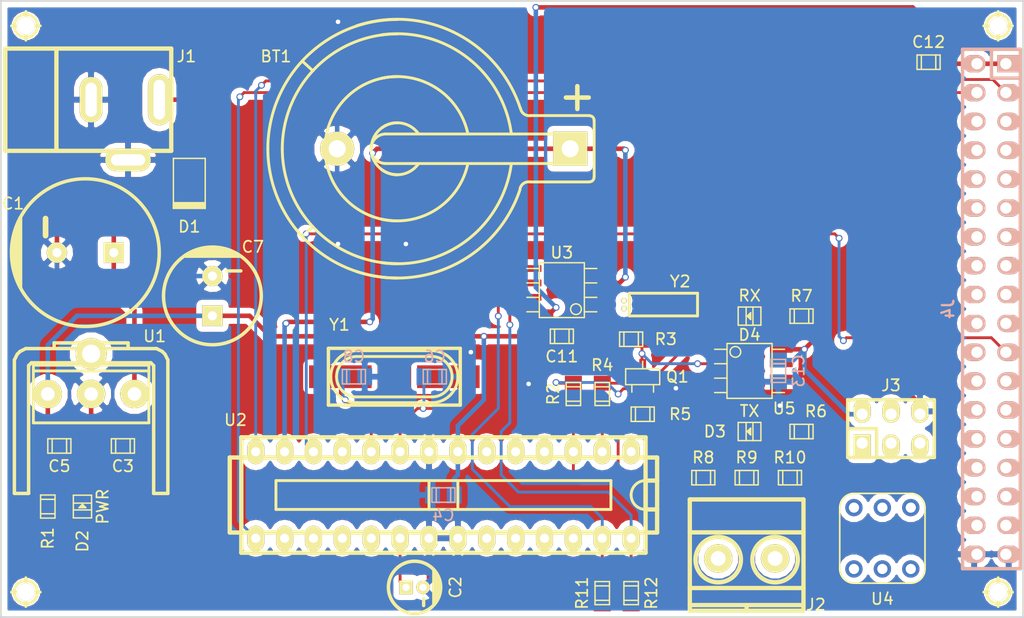
<source format=kicad_pcb>
(kicad_pcb (version 4) (host pcbnew 4.0.6)
  (layers (0 F.Cu signal) (31 B.Cu signal) (34 B.Paste user) (35 F.Paste user) (36 B.SilkS user) (37 F.SilkS user) (38 B.Mask user) (39 F.Mask user) (44 Edge.Cuts user))
  (net 0 "")
  (net 1 GND)
  (net 2 +BATT)
  (net 3 "Net-(C1-Pad1)")
  (net 4 "Net-(C2-Pad1)")
  (net 5 +5V)
  (net 6 /XTAL1)
  (net 7 /XTAL2)
  (net 8 /XTAL3)
  (net 9 /XTAL4)
  (net 10 "Net-(D1-Pad1)")
  (net 11 "Net-(D2-Pad1)")
  (net 12 "Net-(D3-Pad1)")
  (net 13 /TX)
  (net 14 "Net-(D4-Pad1)")
  (net 15 "Net-(D4-Pad2)")
  (net 16 /A)
  (net 17 /B)
  (net 18 /MISO)
  (net 19 /SCK)
  (net 20 /MOSI)
  (net 21 /RST)
  (net 22 /DB8)
  (net 23 /DB9)
  (net 24 /DB10)
  (net 25 /DB11)
  (net 26 /DB12)
  (net 27 /DB13)
  (net 28 /DB14)
  (net 29 /DB15)
  (net 30 "Net-(J4-Pad11)")
  (net 31 "Net-(J4-Pad12)")
  (net 32 "Net-(J4-Pad13)")
  (net 33 "Net-(J4-Pad14)")
  (net 34 "Net-(J4-Pad15)")
  (net 35 "Net-(J4-Pad16)")
  (net 36 "Net-(J4-Pad17)")
  (net 37 "Net-(J4-Pad18)")
  (net 38 /RS)
  (net 39 /WR)
  (net 40 /CS)
  (net 41 /LCDRST)
  (net 42 "Net-(J4-Pad23)")
  (net 43 "Net-(J4-Pad24)")
  (net 44 "Net-(J4-Pad25)")
  (net 45 /SPI_CS)
  (net 46 "Net-(J4-Pad27)")
  (net 47 "Net-(J4-Pad28)")
  (net 48 "Net-(J4-Pad29)")
  (net 49 "Net-(J4-Pad30)")
  (net 50 /SPI_MISO)
  (net 51 /SPI_MOSI)
  (net 52 /SD_CS)
  (net 53 "Net-(Q1-Pad1)")
  (net 54 "Net-(Q1-Pad2)")
  (net 55 /RX)
  (net 56 "Net-(R5-Pad2)")
  (net 57 /PB3)
  (net 58 /PB4)
  (net 59 /SDA)
  (net 60 /SCL)
  (net 61 "Net-(U3-Pad7)")
  (module w_details:hole_1mm5 (layer F.Cu) (at 22.2 72.05)
    (fp_text reference hole_1mm5 hide)
    (fp_text value VAL** hide)
    (pad 1 thru_hole circle (at 0 0) (size 1.50114 1.50114) (drill 1.50114) (layers *.Cu F.SilkS))
  )
  (module w_battery_holders:keystone_103 (layer F.Cu) (at 54.864 33.02)
    (fp_text reference BT1 (at -10.668 -8.128) (layer F.SilkS))
    (fp_text value Battery hide)
    (pad 2 thru_hole circle (at -5.2832 0) (size 2.99974 2.99974) (drill 1.4986) (layers *.Cu *.Mask F.SilkS) (net 1 GND))
    (pad 1 thru_hole rect (at 15.2146 0) (size 2.9972 2.9972) (drill 1.4986) (layers *.Cu *.Mask F.SilkS) (net 2 +BATT))
  )
  (module w_capacitors:CP_12.5x25mm (layer F.Cu) (at 27.432 42.164 90)
    (fp_text reference C1 (at 4.318 -6.35 180) (layer F.SilkS))
    (fp_text value "470uF 63V" hide)
    (pad 1 thru_hole rect (at 0 2.5 90) (size 1.8 1.8) (drill 0.8) (layers *.Cu *.Mask F.SilkS) (net 3 "Net-(C1-Pad1)"))
    (pad 2 thru_hole circle (at 0 -2.5 90) (size 1.8 1.8) (drill 0.8) (layers *.Cu *.Mask F.SilkS) (net 1 GND))
  )
  (module w_capacitors:CP_4x5mm (layer F.Cu) (at 56.388 71.628 270)
    (fp_text reference C2 (at 0 -3.6 270) (layer F.SilkS))
    (fp_text value "10uF 6.3V" hide)
    (pad 1 thru_hole rect (at 0 0.75 270) (size 1.2 1.2) (drill 0.65) (layers *.Cu *.Mask F.SilkS) (net 4 "Net-(C2-Pad1)"))
    (pad 2 thru_hole circle (at 0 -0.75 270) (size 1.2 1.2) (drill 0.65) (layers *.Cu *.Mask F.SilkS) (net 1 GND))
  )
  (module w_smd_cap:c_0805 (layer F.Cu) (at 30.734 59.182)
    (fp_text reference C3 (at 0 1.778) (layer F.SilkS))
    (fp_text value "100nF 50V" hide)
    (pad 1 smd rect (at 0.9525 0) (size 1.30048 1.4986) (layers F.Cu F.Paste F.Mask) (net 3 "Net-(C1-Pad1)"))
    (pad 2 smd rect (at -0.9525 0) (size 1.30048 1.4986) (layers F.Cu F.Paste F.Mask) (net 1 GND))
  )
  (module w_smd_cap:c_0805 (layer B.Cu) (at 58.928 63.5)
    (fp_text reference C4 (at 0 1.778) (layer B.SilkS) (effects (justify mirror)))
    (fp_text value "100nF 50V" hide)
    (pad 1 smd rect (at 0.9525 0) (size 1.30048 1.4986) (layers B.Cu B.Paste B.Mask) (net 5 +5V))
    (pad 2 smd rect (at -0.9525 0) (size 1.30048 1.4986) (layers B.Cu B.Paste B.Mask) (net 1 GND))
  )
  (module w_smd_cap:c_0805 (layer F.Cu) (at 25.146 59.182 180)
    (fp_text reference C5 (at 0 -1.778 180) (layer F.SilkS))
    (fp_text value "100nF 50V" hide)
    (pad 1 smd rect (at 0.9525 0 180) (size 1.30048 1.4986) (layers F.Cu F.Paste F.Mask) (net 5 +5V))
    (pad 2 smd rect (at -0.9525 0 180) (size 1.30048 1.4986) (layers F.Cu F.Paste F.Mask) (net 1 GND))
  )
  (module w_smd_cap:c_0805 (layer B.Cu) (at 58.166 53.086 180)
    (fp_text reference C6 (at 0 1.778 180) (layer B.SilkS) (effects (justify mirror)))
    (fp_text value 22pF hide)
    (pad 1 smd rect (at 0.9525 0 180) (size 1.30048 1.4986) (layers B.Cu B.Paste B.Mask) (net 6 /XTAL1))
    (pad 2 smd rect (at -0.9525 0 180) (size 1.30048 1.4986) (layers B.Cu B.Paste B.Mask) (net 1 GND))
  )
  (module w_capacitors:CP_8x11.5mm (layer F.Cu) (at 38.608 45.974)
    (fp_text reference C7 (at 3.556 -4.318) (layer F.SilkS))
    (fp_text value "470uF 10V" hide)
    (pad 1 thru_hole rect (at 0 1.75) (size 1.8 1.8) (drill 0.8) (layers *.Cu *.Mask F.SilkS) (net 5 +5V))
    (pad 2 thru_hole circle (at 0 -1.75) (size 1.8 1.8) (drill 0.8) (layers *.Cu *.Mask F.SilkS) (net 1 GND))
  )
  (module w_smd_cap:c_0805 (layer B.Cu) (at 51.054 53.086 180)
    (fp_text reference C8 (at 0 1.778 180) (layer B.SilkS) (effects (justify mirror)))
    (fp_text value 22pF hide)
    (pad 1 smd rect (at 0.9525 0 180) (size 1.30048 1.4986) (layers B.Cu B.Paste B.Mask) (net 7 /XTAL2))
    (pad 2 smd rect (at -0.9525 0 180) (size 1.30048 1.4986) (layers B.Cu B.Paste B.Mask) (net 1 GND))
  )
  (module w_smd_cap:c_0805 (layer F.Cu) (at 69.342 49.53 180)
    (fp_text reference C11 (at 0 -1.778 360) (layer F.SilkS))
    (fp_text value "100nF 50V" hide)
    (pad 1 smd rect (at 0.9525 0 180) (size 1.30048 1.4986) (layers F.Cu F.Paste F.Mask) (net 5 +5V))
    (pad 2 smd rect (at -0.9525 0 180) (size 1.30048 1.4986) (layers F.Cu F.Paste F.Mask) (net 1 GND))
  )
  (module w_smd_cap:c_0805 (layer F.Cu) (at 101.6 25.4)
    (fp_text reference C12 (at 0 -1.778) (layer F.SilkS))
    (fp_text value "100nF 50V" hide)
    (pad 1 smd rect (at 0.9525 0) (size 1.30048 1.4986) (layers F.Cu F.Paste F.Mask) (net 5 +5V))
    (pad 2 smd rect (at -0.9525 0) (size 1.30048 1.4986) (layers F.Cu F.Paste F.Mask) (net 1 GND))
  )
  (module w_smd_cap:c_0805 (layer B.Cu) (at 88.392 52.578 90)
    (fp_text reference C13 (at 0 1.778 90) (layer B.SilkS) (effects (justify mirror)))
    (fp_text value "100nF 50V" hide)
    (pad 1 smd rect (at 0.9525 0 90) (size 1.30048 1.4986) (layers B.Cu B.Paste B.Mask) (net 5 +5V))
    (pad 2 smd rect (at -0.9525 0 90) (size 1.30048 1.4986) (layers B.Cu B.Paste B.Mask) (net 1 GND))
  )
  (module w_smd_diode:do214ac (layer F.Cu) (at 36.576 36.068 270)
    (fp_text reference D1 (at 3.81 0 360) (layer F.SilkS))
    (fp_text value RGF1A hide)
    (pad 2 smd rect (at 1.72974 0 270) (size 2.10058 1.69926) (layers F.Cu F.Paste F.Mask) (net 3 "Net-(C1-Pad1)"))
    (pad 1 smd rect (at -1.72974 0 270) (size 2.10058 1.69926) (layers F.Cu F.Paste F.Mask) (net 10 "Net-(D1-Pad1)"))
  )
  (module w_smd_leds:Led_0805 (layer F.Cu) (at 27.178 64.516 90)
    (fp_text reference D2 (at -3.048 0 90) (layer F.SilkS))
    (fp_text value PWR (at 0 1.778 90) (layer F.SilkS))
    (pad 1 smd rect (at -1.04902 0 90) (size 1.19888 1.19888) (layers F.Cu F.Paste F.Mask) (net 11 "Net-(D2-Pad1)"))
    (pad 2 smd rect (at 1.04902 0 90) (size 1.19888 1.19888) (layers F.Cu F.Paste F.Mask) (net 1 GND))
  )
  (module w_smd_leds:Led_0805 (layer F.Cu) (at 85.852 57.912 180)
    (fp_text reference D3 (at 3.048 0 180) (layer F.SilkS))
    (fp_text value TX (at 0 1.80086 180) (layer F.SilkS))
    (pad 1 smd rect (at -1.04902 0 180) (size 1.19888 1.19888) (layers F.Cu F.Paste F.Mask) (net 12 "Net-(D3-Pad1)"))
    (pad 2 smd rect (at 1.04902 0 180) (size 1.19888 1.19888) (layers F.Cu F.Paste F.Mask) (net 13 /TX))
  )
  (module w_smd_leds:Led_0805 (layer F.Cu) (at 85.852 47.752 180)
    (fp_text reference D4 (at 0 -1.651 180) (layer F.SilkS))
    (fp_text value RX (at 0 1.80086 180) (layer F.SilkS))
    (pad 1 smd rect (at -1.04902 0 180) (size 1.19888 1.19888) (layers F.Cu F.Paste F.Mask) (net 14 "Net-(D4-Pad1)"))
    (pad 2 smd rect (at 1.04902 0 180) (size 1.19888 1.19888) (layers F.Cu F.Paste F.Mask) (net 15 "Net-(D4-Pad2)"))
  )
  (module w_conn_misc:dc_socket (layer F.Cu) (at 27.686 28.702 270)
    (fp_text reference J1 (at -3.81 -8.636 360) (layer F.SilkS))
    (fp_text value BARREL_JACK hide)
    (pad 1 thru_hole oval (at 5.30098 -3.50012 270) (size 1.99898 4.0005) (drill oval 1.00076 2.99974) (layers *.Cu *.Mask F.SilkS) (net 1 GND))
    (pad 2 thru_hole oval (at 0 -0.24892 270) (size 4.0005 1.99898) (drill oval 2.99974 1.00076) (layers *.Cu *.Mask F.SilkS) (net 1 GND))
    (pad 3 thru_hole oval (at 0 -6.25094 270) (size 4.50088 1.99898) (drill oval 3.50012 1.00076) (layers *.Cu *.Mask F.SilkS) (net 10 "Net-(D1-Pad1)"))
  )
  (module w_conn_mkds:mkds_1,5-2 (layer F.Cu) (at 85.598 69.088)
    (fp_text reference J2 (at 6.096 4.064) (layer F.SilkS))
    (fp_text value CONN_01X02 hide)
    (pad 1 thru_hole circle (at -2.5 0) (size 2.5 2.5) (drill 1.3) (layers *.Cu *.Mask F.SilkS) (net 16 /A))
    (pad 2 thru_hole circle (at 2.5 0) (size 2.5 2.5) (drill 1.3) (layers *.Cu *.Mask F.SilkS) (net 17 /B))
  )
  (module w_pin_strip:pin_strip_3x2 (layer F.Cu) (at 98.298 57.658)
    (fp_text reference J3 (at 0 -3.81) (layer F.SilkS))
    (fp_text value ICSP hide)
    (pad 1 thru_hole rect (at -2.54 1.27) (size 1.524 1.99898) (drill 1.00076 (offset 0 0.24892)) (layers *.Cu *.Mask F.SilkS) (net 18 /MISO))
    (pad 2 thru_hole oval (at -2.54 -1.27) (size 1.524 1.99898) (drill 1.00076 (offset 0 -0.24892)) (layers *.Cu *.Mask F.SilkS) (net 5 +5V))
    (pad 3 thru_hole oval (at 0 1.27) (size 1.524 1.99898) (drill 1.00076 (offset 0 0.24892)) (layers *.Cu *.Mask F.SilkS) (net 19 /SCK))
    (pad 4 thru_hole oval (at 0 -1.27) (size 1.524 1.99898) (drill 1.00076 (offset 0 -0.24892)) (layers *.Cu *.Mask F.SilkS) (net 20 /MOSI))
    (pad 5 thru_hole oval (at 2.54 1.27) (size 1.524 1.99898) (drill 1.00076 (offset 0 0.24892)) (layers *.Cu *.Mask F.SilkS) (net 21 /RST))
    (pad 6 thru_hole oval (at 2.54 -1.27) (size 1.524 1.99898) (drill 1.00076 (offset 0 -0.24892)) (layers *.Cu *.Mask F.SilkS) (net 1 GND))
  )
  (module w_smd_trans:sot23 (layer F.Cu) (at 76.454 53.086)
    (fp_text reference Q1 (at 3.048 0) (layer F.SilkS))
    (fp_text value MMBT2222A hide)
    (pad 1 smd rect (at -0.9525 1.05664) (size 0.59944 1.00076) (layers F.Cu F.Paste F.Mask) (net 53 "Net-(Q1-Pad1)"))
    (pad 2 smd rect (at 0 -1.05664) (size 0.59944 1.00076) (layers F.Cu F.Paste F.Mask) (net 54 "Net-(Q1-Pad2)"))
    (pad 3 smd rect (at 0.9525 1.05664) (size 0.59944 1.00076) (layers F.Cu F.Paste F.Mask) (net 1 GND))
  )
  (module w_smd_resistors:r_0805 (layer F.Cu) (at 24.13 64.516 270)
    (fp_text reference R1 (at 2.794 0 270) (layer F.SilkS))
    (fp_text value 1k hide)
    (pad 1 smd rect (at 0.9525 0 270) (size 1.30048 1.4986) (layers F.Cu F.Paste F.Mask) (net 11 "Net-(D2-Pad1)"))
    (pad 2 smd rect (at -0.9525 0 270) (size 1.30048 1.4986) (layers F.Cu F.Paste F.Mask) (net 5 +5V))
  )
  (module w_smd_resistors:r_0805 (layer F.Cu) (at 70.358 54.61 90)
    (fp_text reference R2 (at 0 -1.778 90) (layer F.SilkS))
    (fp_text value 1k hide)
    (pad 1 smd rect (at 0.9525 0 90) (size 1.30048 1.4986) (layers F.Cu F.Paste F.Mask) (net 53 "Net-(Q1-Pad1)"))
    (pad 2 smd rect (at -0.9525 0 90) (size 1.30048 1.4986) (layers F.Cu F.Paste F.Mask) (net 13 /TX))
  )
  (module w_smd_resistors:r_0805 (layer F.Cu) (at 75.438 49.784)
    (fp_text reference R3 (at 3.048 0) (layer F.SilkS))
    (fp_text value 10k hide)
    (pad 1 smd rect (at 0.9525 0) (size 1.30048 1.4986) (layers F.Cu F.Paste F.Mask) (net 54 "Net-(Q1-Pad2)"))
    (pad 2 smd rect (at -0.9525 0) (size 1.30048 1.4986) (layers F.Cu F.Paste F.Mask) (net 5 +5V))
  )
  (module w_smd_resistors:r_0805 (layer F.Cu) (at 72.898 54.61 90)
    (fp_text reference R4 (at 2.54 0 180) (layer F.SilkS))
    (fp_text value 1k hide)
    (pad 1 smd rect (at 0.9525 0 90) (size 1.30048 1.4986) (layers F.Cu F.Paste F.Mask) (net 15 "Net-(D4-Pad2)"))
    (pad 2 smd rect (at -0.9525 0 90) (size 1.30048 1.4986) (layers F.Cu F.Paste F.Mask) (net 55 /RX))
  )
  (module w_smd_resistors:r_0805 (layer F.Cu) (at 76.454 56.388 180)
    (fp_text reference R5 (at -3.302 0 180) (layer F.SilkS))
    (fp_text value 1k hide)
    (pad 1 smd rect (at 0.9525 0 180) (size 1.30048 1.4986) (layers F.Cu F.Paste F.Mask) (net 13 /TX))
    (pad 2 smd rect (at -0.9525 0 180) (size 1.30048 1.4986) (layers F.Cu F.Paste F.Mask) (net 56 "Net-(R5-Pad2)"))
  )
  (module w_smd_resistors:r_0805 (layer F.Cu) (at 90.424 57.912 180)
    (fp_text reference R6 (at -1.27 1.778 180) (layer F.SilkS))
    (fp_text value 560R hide)
    (pad 1 smd rect (at 0.9525 0 180) (size 1.30048 1.4986) (layers F.Cu F.Paste F.Mask) (net 12 "Net-(D3-Pad1)"))
    (pad 2 smd rect (at -0.9525 0 180) (size 1.30048 1.4986) (layers F.Cu F.Paste F.Mask) (net 5 +5V))
  )
  (module w_smd_resistors:r_0805 (layer F.Cu) (at 90.424 47.752 180)
    (fp_text reference R7 (at 0 1.778 180) (layer F.SilkS))
    (fp_text value 1k hide)
    (pad 1 smd rect (at 0.9525 0 180) (size 1.30048 1.4986) (layers F.Cu F.Paste F.Mask) (net 14 "Net-(D4-Pad1)"))
    (pad 2 smd rect (at -0.9525 0 180) (size 1.30048 1.4986) (layers F.Cu F.Paste F.Mask) (net 5 +5V))
  )
  (module w_smd_resistors:r_0805 (layer F.Cu) (at 81.788 61.976)
    (fp_text reference R8 (at 0 -1.778) (layer F.SilkS))
    (fp_text value 560R hide)
    (pad 1 smd rect (at 0.9525 0) (size 1.30048 1.4986) (layers F.Cu F.Paste F.Mask) (net 16 /A))
    (pad 2 smd rect (at -0.9525 0) (size 1.30048 1.4986) (layers F.Cu F.Paste F.Mask) (net 5 +5V))
  )
  (module w_smd_resistors:r_0805 (layer F.Cu) (at 85.598 61.976)
    (fp_text reference R9 (at 0 -1.778) (layer F.SilkS))
    (fp_text value 120R hide)
    (pad 1 smd rect (at 0.9525 0) (size 1.30048 1.4986) (layers F.Cu F.Paste F.Mask) (net 17 /B))
    (pad 2 smd rect (at -0.9525 0) (size 1.30048 1.4986) (layers F.Cu F.Paste F.Mask) (net 16 /A))
  )
  (module w_smd_resistors:r_0805 (layer F.Cu) (at 89.408 61.976)
    (fp_text reference R10 (at 0 -1.778) (layer F.SilkS))
    (fp_text value 560R hide)
    (pad 1 smd rect (at 0.9525 0) (size 1.30048 1.4986) (layers F.Cu F.Paste F.Mask) (net 1 GND))
    (pad 2 smd rect (at -0.9525 0) (size 1.30048 1.4986) (layers F.Cu F.Paste F.Mask) (net 17 /B))
  )
  (module w_to:to220_5772 (layer F.Cu) (at 27.94 54.61)
    (fp_text reference U1 (at 5.588 -5.08 180) (layer F.SilkS))
    (fp_text value LM7805CV hide)
    (pad 1 thru_hole circle (at 3.81 0) (size 2.49936 2.49936) (drill 1.19888) (layers *.Cu *.Mask F.SilkS) (net 3 "Net-(C1-Pad1)"))
    (pad 2 thru_hole circle (at 0 0) (size 2.49936 2.49936) (drill 1.19888) (layers *.Cu *.Mask F.SilkS) (net 1 GND))
    (pad 3 thru_hole circle (at -3.81 0) (size 2.49936 2.49936) (drill 1.19888) (layers *.Cu *.Mask F.SilkS) (net 5 +5V))
    (pad "" thru_hole circle (at 0 -3.54838) (size 2.74828 2.74828) (drill 1.59766) (layers *.Cu *.Mask F.SilkS))
  )
  (module w_pth_circuits:dil_28-300_socket (layer F.Cu) (at 58.928 63.5 180)
    (fp_text reference U2 (at 18.288 6.604 180) (layer F.SilkS))
    (fp_text value ATMEGA328P-PU hide)
    (pad 1 thru_hole oval (at -16.51 3.81 180) (size 1.50114 2.19964) (drill 0.8001) (layers *.Cu *.Mask F.SilkS) (net 21 /RST))
    (pad 2 thru_hole oval (at -13.97 3.81 180) (size 1.50114 2.19964) (drill 0.8001) (layers *.Cu *.Mask F.SilkS) (net 55 /RX))
    (pad 3 thru_hole oval (at -11.43 3.81 180) (size 1.50114 2.19964) (drill 0.8001) (layers *.Cu *.Mask F.SilkS) (net 13 /TX))
    (pad 4 thru_hole oval (at -8.89 3.81 180) (size 1.50114 2.19964) (drill 0.8001) (layers *.Cu *.Mask F.SilkS) (net 28 /DB14))
    (pad 5 thru_hole oval (at -6.35 3.81 180) (size 1.50114 2.19964) (drill 0.8001) (layers *.Cu *.Mask F.SilkS) (net 29 /DB15))
    (pad 6 thru_hole oval (at -3.81 3.81 180) (size 1.50114 2.19964) (drill 0.8001) (layers *.Cu *.Mask F.SilkS) (net 38 /RS))
    (pad 7 thru_hole oval (at -1.27 3.81 180) (size 1.50114 2.19964) (drill 0.8001) (layers *.Cu *.Mask F.SilkS) (net 5 +5V))
    (pad 8 thru_hole oval (at 1.27 3.81 180) (size 1.50114 2.19964) (drill 0.8001) (layers *.Cu *.Mask F.SilkS) (net 1 GND))
    (pad 9 thru_hole oval (at 3.81 3.81 180) (size 1.50114 2.19964) (drill 0.8001) (layers *.Cu *.Mask F.SilkS) (net 6 /XTAL1))
    (pad 10 thru_hole oval (at 6.35 3.81 180) (size 1.50114 2.19964) (drill 0.8001) (layers *.Cu *.Mask F.SilkS) (net 7 /XTAL2))
    (pad 11 thru_hole oval (at 8.89 3.81 180) (size 1.50114 2.19964) (drill 0.8001) (layers *.Cu *.Mask F.SilkS) (net 39 /WR))
    (pad 12 thru_hole oval (at 11.43 3.81 180) (size 1.50114 2.19964) (drill 0.8001) (layers *.Cu *.Mask F.SilkS) (net 40 /CS))
    (pad 13 thru_hole oval (at 13.97 3.81 180) (size 1.50114 2.19964) (drill 0.8001) (layers *.Cu *.Mask F.SilkS) (net 2 +BATT))
    (pad 14 thru_hole oval (at 16.51 3.81 180) (size 1.50114 2.19964) (drill 0.8001) (layers *.Cu *.Mask F.SilkS) (net 22 /DB8))
    (pad 15 thru_hole oval (at 16.51 -3.81 180) (size 1.50114 2.19964) (drill 0.8001) (layers *.Cu *.Mask F.SilkS) (net 23 /DB9))
    (pad 16 thru_hole oval (at 13.97 -3.81 180) (size 1.50114 2.19964) (drill 0.8001) (layers *.Cu *.Mask F.SilkS) (net 52 /SD_CS))
    (pad 17 thru_hole oval (at 11.43 -3.81 180) (size 1.50114 2.19964) (drill 0.8001) (layers *.Cu *.Mask F.SilkS) (net 57 /PB3))
    (pad 18 thru_hole oval (at 8.89 -3.81 180) (size 1.50114 2.19964) (drill 0.8001) (layers *.Cu *.Mask F.SilkS) (net 58 /PB4))
    (pad 19 thru_hole oval (at 6.35 -3.81 180) (size 1.50114 2.19964) (drill 0.8001) (layers *.Cu *.Mask F.SilkS) (net 19 /SCK))
    (pad 20 thru_hole oval (at 3.81 -3.81 180) (size 1.50114 2.19964) (drill 0.8001) (layers *.Cu *.Mask F.SilkS) (net 4 "Net-(C2-Pad1)"))
    (pad 21 thru_hole oval (at 1.27 -3.81 180) (size 1.50114 2.19964) (drill 0.8001) (layers *.Cu *.Mask F.SilkS) (net 1 GND))
    (pad 22 thru_hole oval (at -1.27 -3.81 180) (size 1.50114 2.19964) (drill 0.8001) (layers *.Cu *.Mask F.SilkS) (net 1 GND))
    (pad 23 thru_hole oval (at -3.81 -3.81 180) (size 1.50114 2.19964) (drill 0.8001) (layers *.Cu *.Mask F.SilkS) (net 24 /DB10))
    (pad 24 thru_hole oval (at -6.35 -3.81 180) (size 1.50114 2.19964) (drill 0.8001) (layers *.Cu *.Mask F.SilkS) (net 25 /DB11))
    (pad 25 thru_hole oval (at -8.89 -3.81 180) (size 1.50114 2.19964) (drill 0.8001) (layers *.Cu *.Mask F.SilkS) (net 26 /DB12))
    (pad 26 thru_hole oval (at -11.43 -3.81 180) (size 1.50114 2.19964) (drill 0.8001) (layers *.Cu *.Mask F.SilkS) (net 27 /DB13))
    (pad 27 thru_hole oval (at -13.97 -3.81 180) (size 1.50114 2.19964) (drill 0.8001) (layers *.Cu *.Mask F.SilkS) (net 59 /SDA))
    (pad 28 thru_hole oval (at -16.51 -3.81 180) (size 1.50114 2.19964) (drill 0.8001) (layers *.Cu *.Mask F.SilkS) (net 60 /SCL))
  )
  (module w_smd_dil:so-8 (layer F.Cu) (at 69.342 45.466 90)
    (fp_text reference U3 (at 3.302 0 180) (layer F.SilkS))
    (fp_text value DS1307 hide)
    (pad 1 smd rect (at -1.905 2.794 90) (size 0.59944 1.99898) (layers F.Cu F.Paste F.Mask) (net 8 /XTAL3))
    (pad 2 smd rect (at -0.635 2.794 90) (size 0.59944 1.99898) (layers F.Cu F.Paste F.Mask) (net 9 /XTAL4))
    (pad 3 smd rect (at 0.635 2.794 90) (size 0.59944 1.99898) (layers F.Cu F.Paste F.Mask) (net 2 +BATT))
    (pad 4 smd rect (at 1.905 2.794 90) (size 0.59944 1.99898) (layers F.Cu F.Paste F.Mask) (net 1 GND))
    (pad 5 smd rect (at 1.905 -2.794 90) (size 0.59944 1.99898) (layers F.Cu F.Paste F.Mask) (net 59 /SDA))
    (pad 6 smd rect (at 0.635 -2.794 90) (size 0.59944 1.99898) (layers F.Cu F.Paste F.Mask) (net 60 /SCL))
    (pad 7 smd rect (at -0.635 -2.794 90) (size 0.59944 1.99898) (layers F.Cu F.Paste F.Mask) (net 61 "Net-(U3-Pad7)"))
    (pad 8 smd rect (at -1.905 -2.794 90) (size 0.59944 1.99898) (layers F.Cu F.Paste F.Mask) (net 5 +5V))
  )
  (module psw:psw-8,5 (layer F.Cu) (at 97.536 67.31)
    (fp_text reference U4 (at 0 5.334) (layer F.SilkS))
    (fp_text value PSW-8,5R hide)
    (pad 1 thru_hole circle (at -2.5 -2.7) (size 1.524 1.524) (drill 0.9) (layers *.Cu *.Mask) (net 18 /MISO))
    (pad 2 thru_hole circle (at 0 -2.7) (size 1.524 1.524) (drill 0.9) (layers *.Cu *.Mask) (net 58 /PB4))
    (pad 3 thru_hole circle (at 2.5 -2.7) (size 1.524 1.524) (drill 0.9) (layers *.Cu *.Mask) (net 50 /SPI_MISO))
    (pad 6 thru_hole circle (at -2.5 2.7) (size 1.524 1.524) (drill 0.9) (layers *.Cu *.Mask) (net 20 /MOSI))
    (pad 5 thru_hole circle (at 0 2.7) (size 1.524 1.524) (drill 0.9) (layers *.Cu *.Mask) (net 57 /PB3))
    (pad 4 thru_hole circle (at 2.5 2.7) (size 1.524 1.524) (drill 0.9) (layers *.Cu *.Mask) (net 51 /SPI_MOSI))
  )
  (module w_smd_dil:so-8 (layer F.Cu) (at 85.852 52.578 270)
    (fp_text reference U5 (at 3.302 -3.048 360) (layer F.SilkS))
    (fp_text value MAX485CSA hide)
    (pad 1 smd rect (at -1.905 2.794 270) (size 0.59944 1.99898) (layers F.Cu F.Paste F.Mask) (net 15 "Net-(D4-Pad2)"))
    (pad 2 smd rect (at -0.635 2.794 270) (size 0.59944 1.99898) (layers F.Cu F.Paste F.Mask) (net 54 "Net-(Q1-Pad2)"))
    (pad 3 smd rect (at 0.635 2.794 270) (size 0.59944 1.99898) (layers F.Cu F.Paste F.Mask) (net 54 "Net-(Q1-Pad2)"))
    (pad 4 smd rect (at 1.905 2.794 270) (size 0.59944 1.99898) (layers F.Cu F.Paste F.Mask) (net 56 "Net-(R5-Pad2)"))
    (pad 5 smd rect (at 1.905 -2.794 270) (size 0.59944 1.99898) (layers F.Cu F.Paste F.Mask) (net 1 GND))
    (pad 6 smd rect (at 0.635 -2.794 270) (size 0.59944 1.99898) (layers F.Cu F.Paste F.Mask) (net 16 /A))
    (pad 7 smd rect (at -0.635 -2.794 270) (size 0.59944 1.99898) (layers F.Cu F.Paste F.Mask) (net 17 /B))
    (pad 8 smd rect (at -1.905 -2.794 270) (size 0.59944 1.99898) (layers F.Cu F.Paste F.Mask) (net 5 +5V))
  )
  (module w_crystal:crystal_hc-49%2fsmd (layer F.Cu) (at 54.61 53.086 180)
    (fp_text reference Y1 (at 4.826 4.572 180) (layer F.SilkS))
    (fp_text value 16MHz hide)
    (pad 1 smd rect (at -4.7498 0 180) (size 5.4991 1.99898) (layers F.Cu F.Paste F.Mask) (net 6 /XTAL1))
    (pad 2 smd rect (at 4.7498 0 180) (size 5.4991 1.99898) (layers F.Cu F.Paste F.Mask) (net 7 /XTAL2))
  )
  (module w_crystal:crystal_tc-26_horiz (layer F.Cu) (at 77.978 46.736 90)
    (fp_text reference Y2 (at 2.032 1.778 180) (layer F.SilkS))
    (fp_text value 32.768KHz hide)
    (pad 1 thru_hole oval (at -0.35 -3.17 90) (size 0.5 0.5) (drill 0.25) (layers *.Cu *.Mask F.SilkS) (net 8 /XTAL3))
    (pad 2 thru_hole oval (at 0.35 -3.17 90) (size 0.5 0.5) (drill 0.25) (layers *.Cu *.Mask F.SilkS) (net 9 /XTAL4))
    (pad "" smd rect (at 0 3.3 90) (size 2 2) (layers F.Cu F.Paste F.Mask))
  )
  (module w_details:hole_1mm5 (layer F.Cu) (at 22.2 22.2)
    (fp_text reference hole_1mm5 hide)
    (fp_text value VAL** hide)
    (pad 1 thru_hole circle (at 0 0) (size 1.50114 1.50114) (drill 1.50114) (layers *.Cu F.SilkS))
  )
  (module w_details:hole_1mm5 (layer F.Cu) (at 107.72 22.2)
    (fp_text reference hole_1mm5 hide)
    (fp_text value VAL** hide)
    (pad 1 thru_hole circle (at 0 0) (size 1.50114 1.50114) (drill 1.50114) (layers *.Cu F.SilkS))
  )
  (module w_details:hole_1mm5 (layer F.Cu) (at 107.72 72.05)
    (fp_text reference hole_1mm5 hide)
    (fp_text value VAL** hide)
    (pad 1 thru_hole circle (at 0 0) (size 1.50114 1.50114) (drill 1.50114) (layers *.Cu F.SilkS))
  )
  (module w_smd_resistors:r_0805 (layer F.Cu) (at 72.898 72.136 90)
    (fp_text reference R11 (at 0 -1.778 90) (layer F.SilkS))
    (fp_text value 4k7 hide)
    (pad 1 smd rect (at 0.9525 0 90) (size 1.30048 1.4986) (layers F.Cu F.Paste F.Mask) (net 59 /SDA))
    (pad 2 smd rect (at -0.9525 0 90) (size 1.30048 1.4986) (layers F.Cu F.Paste F.Mask) (net 5 +5V))
  )
  (module w_smd_resistors:r_0805 (layer F.Cu) (at 75.438 72.136 90)
    (fp_text reference R12 (at 0 1.778 90) (layer F.SilkS))
    (fp_text value 4k7 hide)
    (pad 1 smd rect (at 0.9525 0 90) (size 1.30048 1.4986) (layers F.Cu F.Paste F.Mask) (net 60 /SCL))
    (pad 2 smd rect (at -0.9525 0 90) (size 1.30048 1.4986) (layers F.Cu F.Paste F.Mask) (net 5 +5V))
  )
  (module w_pin_strip:pin_socket_18x2 (layer B.Cu) (at 107.13 47.125 270)
    (fp_text reference J4 (at 0 3.81 270) (layer B.SilkS) (effects (font (size 1.016 1.016) (thickness 0.2032)) (justify mirror)))
    (fp_text value HX8357 hide)
    (pad 1 thru_hole rect (at -21.59 -1.27 270) (size 1.524 1.99898) (drill 1.00076 (offset 0 -0.24892)) (layers *.Cu *.Mask B.SilkS) (net 5 +5V))
    (pad 2 thru_hole oval (at -21.59 1.27 270) (size 1.524 1.99898) (drill 1.00076 (offset 0 0.24892)) (layers *.Cu *.Mask B.SilkS) (net 5 +5V))
    (pad 3 thru_hole oval (at -19.05 -1.27 270) (size 1.524 1.99898) (drill 1.00076 (offset 0 -0.24892)) (layers *.Cu *.Mask B.SilkS) (net 22 /DB8))
    (pad 4 thru_hole oval (at -19.05 1.27 270) (size 1.524 1.99898) (drill 1.00076 (offset 0 0.24892)) (layers *.Cu *.Mask B.SilkS) (net 23 /DB9))
    (pad 5 thru_hole oval (at -16.51 -1.27 270) (size 1.524 1.99898) (drill 1.00076 (offset 0 -0.24892)) (layers *.Cu *.Mask B.SilkS) (net 24 /DB10))
    (pad 6 thru_hole oval (at -16.51 1.27 270) (size 1.524 1.99898) (drill 1.00076 (offset 0 0.24892)) (layers *.Cu *.Mask B.SilkS) (net 25 /DB11))
    (pad 7 thru_hole oval (at -13.97 -1.27 270) (size 1.524 1.99898) (drill 1.00076 (offset 0 -0.24892)) (layers *.Cu *.Mask B.SilkS) (net 26 /DB12))
    (pad 8 thru_hole oval (at -13.97 1.27 270) (size 1.524 1.99898) (drill 1.00076 (offset 0 0.24892)) (layers *.Cu *.Mask B.SilkS) (net 27 /DB13))
    (pad 9 thru_hole oval (at -11.43 -1.27 270) (size 1.524 1.99898) (drill 1.00076 (offset 0 -0.24892)) (layers *.Cu *.Mask B.SilkS) (net 28 /DB14))
    (pad 10 thru_hole oval (at -11.43 1.27 270) (size 1.524 1.99898) (drill 1.00076 (offset 0 0.24892)) (layers *.Cu *.Mask B.SilkS) (net 29 /DB15))
    (pad 11 thru_hole oval (at -8.89 -1.27 270) (size 1.524 1.99898) (drill 1.00076 (offset 0 -0.24892)) (layers *.Cu *.Mask B.SilkS) (net 30 "Net-(J4-Pad11)"))
    (pad 12 thru_hole oval (at -8.89 1.27 270) (size 1.524 1.99898) (drill 1.00076 (offset 0 0.24892)) (layers *.Cu *.Mask B.SilkS) (net 31 "Net-(J4-Pad12)"))
    (pad 13 thru_hole oval (at -6.35 -1.27 270) (size 1.524 1.99898) (drill 1.00076 (offset 0 -0.24892)) (layers *.Cu *.Mask B.SilkS) (net 32 "Net-(J4-Pad13)"))
    (pad 14 thru_hole oval (at -6.35 1.27 270) (size 1.524 1.99898) (drill 1.00076 (offset 0 0.24892)) (layers *.Cu *.Mask B.SilkS) (net 33 "Net-(J4-Pad14)"))
    (pad 15 thru_hole oval (at -3.81 -1.27 270) (size 1.524 1.99898) (drill 1.00076 (offset 0 -0.24892)) (layers *.Cu *.Mask B.SilkS) (net 34 "Net-(J4-Pad15)"))
    (pad 16 thru_hole oval (at -3.81 1.27 270) (size 1.524 1.99898) (drill 1.00076 (offset 0 0.24892)) (layers *.Cu *.Mask B.SilkS) (net 35 "Net-(J4-Pad16)"))
    (pad 17 thru_hole oval (at -1.27 -1.27 270) (size 1.524 1.99898) (drill 1.00076 (offset 0 -0.24892)) (layers *.Cu *.Mask B.SilkS) (net 36 "Net-(J4-Pad17)"))
    (pad 18 thru_hole oval (at -1.27 1.27 270) (size 1.524 1.99898) (drill 1.00076 (offset 0 0.24892)) (layers *.Cu *.Mask B.SilkS) (net 37 "Net-(J4-Pad18)"))
    (pad 19 thru_hole oval (at 1.27 -1.27 270) (size 1.524 1.99898) (drill 1.00076 (offset 0 -0.24892)) (layers *.Cu *.Mask B.SilkS) (net 38 /RS))
    (pad 20 thru_hole oval (at 1.27 1.27 270) (size 1.524 1.99898) (drill 1.00076 (offset 0 0.24892)) (layers *.Cu *.Mask B.SilkS) (net 39 /WR))
    (pad 21 thru_hole oval (at 3.81 -1.27 270) (size 1.524 1.99898) (drill 1.00076 (offset 0 -0.24892)) (layers *.Cu *.Mask B.SilkS) (net 40 /CS))
    (pad 22 thru_hole oval (at 3.81 1.27 270) (size 1.524 1.99898) (drill 1.00076 (offset 0 0.24892)) (layers *.Cu *.Mask B.SilkS) (net 41 /LCDRST))
    (pad 23 thru_hole oval (at 6.35 -1.27 270) (size 1.524 1.99898) (drill 1.00076 (offset 0 -0.24892)) (layers *.Cu *.Mask B.SilkS) (net 42 "Net-(J4-Pad23)"))
    (pad 24 thru_hole oval (at 6.35 1.27 270) (size 1.524 1.99898) (drill 1.00076 (offset 0 0.24892)) (layers *.Cu *.Mask B.SilkS) (net 43 "Net-(J4-Pad24)"))
    (pad 25 thru_hole oval (at 8.89 -1.27 270) (size 1.524 1.99898) (drill 1.00076 (offset 0 -0.24892)) (layers *.Cu *.Mask B.SilkS) (net 44 "Net-(J4-Pad25)"))
    (pad 26 thru_hole oval (at 8.89 1.27 270) (size 1.524 1.99898) (drill 1.00076 (offset 0 0.24892)) (layers *.Cu *.Mask B.SilkS) (net 45 /SPI_CS))
    (pad 27 thru_hole oval (at 11.43 -1.27 270) (size 1.524 1.99898) (drill 1.00076 (offset 0 -0.24892)) (layers *.Cu *.Mask B.SilkS) (net 46 "Net-(J4-Pad27)"))
    (pad 28 thru_hole oval (at 11.43 1.27 270) (size 1.524 1.99898) (drill 1.00076 (offset 0 0.24892)) (layers *.Cu *.Mask B.SilkS) (net 47 "Net-(J4-Pad28)"))
    (pad 29 thru_hole oval (at 13.97 -1.27 270) (size 1.524 1.99898) (drill 1.00076 (offset 0 -0.24892)) (layers *.Cu *.Mask B.SilkS) (net 48 "Net-(J4-Pad29)"))
    (pad 30 thru_hole oval (at 13.97 1.27 270) (size 1.524 1.99898) (drill 1.00076 (offset 0 0.24892)) (layers *.Cu *.Mask B.SilkS) (net 49 "Net-(J4-Pad30)"))
    (pad 31 thru_hole oval (at 16.51 -1.27 270) (size 1.524 1.99898) (drill 1.00076 (offset 0 -0.24892)) (layers *.Cu *.Mask B.SilkS) (net 50 /SPI_MISO))
    (pad 32 thru_hole oval (at 16.51 1.27 270) (size 1.524 1.99898) (drill 1.00076 (offset 0 0.24892)) (layers *.Cu *.Mask B.SilkS) (net 51 /SPI_MOSI))
    (pad 33 thru_hole oval (at 19.05 -1.27 270) (size 1.524 1.99898) (drill 1.00076 (offset 0 -0.24892)) (layers *.Cu *.Mask B.SilkS) (net 19 /SCK))
    (pad 34 thru_hole oval (at 19.05 1.27 270) (size 1.524 1.99898) (drill 1.00076 (offset 0 0.24892)) (layers *.Cu *.Mask B.SilkS) (net 52 /SD_CS))
    (pad 35 thru_hole oval (at 21.59 -1.27 270) (size 1.524 1.99898) (drill 1.00076 (offset 0 -0.24892)) (layers *.Cu *.Mask B.SilkS) (net 1 GND))
    (pad 36 thru_hole oval (at 21.59 1.27 270) (size 1.524 1.99898) (drill 1.00076 (offset 0 0.24892)) (layers *.Cu *.Mask B.SilkS) (net 1 GND))
  )
  (gr_line (start 20 74.25) (end 109.92 74.25) (angle 90) (layer Edge.Cuts) (width 0.15))
  (gr_line (start 109.92 20) (end 109.92 74.25) (angle 90) (layer Edge.Cuts) (width 0.15))
  (gr_line (start 20 20) (end 20 74.25) (angle 90) (layer Edge.Cuts) (width 0.15))
  (gr_line (start 20 20) (end 109.92 20) (angle 90) (layer Edge.Cuts) (width 0.15))
  (segment (start 88.392 53.5305) (end 88.392 55.499) (width 0.4) (layer B.Cu) (net 1))
  (segment (start 88.646 55.499) (end 88.646 54.483) (width 0.4) (layer F.Cu) (net 1))
  (segment (start 88.519 55.626) (end 88.646 55.499) (width 0.4) (layer F.Cu) (net 1))
  (via (at 88.519 55.626) (size 0.6) (drill 0.4) (layers F.Cu B.Cu) (net 1))
  (segment (start 88.392 55.499) (end 88.519 55.626) (width 0.4) (layer B.Cu) (net 1))
  (segment (start 100.838 56.388) (end 100.838 55.499) (width 0.4) (layer F.Cu) (net 1))
  (segment (start 100.838 55.499) (end 98.425 53.086) (width 0.4) (layer F.Cu) (net 1))
  (segment (start 90.551 54.483) (end 88.646 54.483) (width 0.4) (layer F.Cu) (net 1))
  (segment (start 91.948 53.086) (end 90.551 54.483) (width 0.4) (layer F.Cu) (net 1))
  (segment (start 98.425 53.086) (end 91.948 53.086) (width 0.4) (layer F.Cu) (net 1))
  (segment (start 79.375 54.102) (end 77.597 55.88) (width 0.4) (layer B.Cu) (net 1))
  (segment (start 60.325 53.086) (end 59.1185 53.086) (width 0.4) (layer B.Cu) (net 1))
  (segment (start 61.341 52.07) (end 60.325 53.086) (width 0.4) (layer B.Cu) (net 1))
  (segment (start 61.341 50.927) (end 61.341 52.07) (width 0.4) (layer B.Cu) (net 1))
  (via (at 61.341 50.927) (size 0.6) (drill 0.4) (layers F.Cu B.Cu) (net 1))
  (segment (start 62.611 50.927) (end 61.341 50.927) (width 0.4) (layer F.Cu) (net 1))
  (segment (start 65.405 53.721) (end 62.611 50.927) (width 0.4) (layer F.Cu) (net 1))
  (segment (start 66.421 53.721) (end 65.405 53.721) (width 0.4) (layer F.Cu) (net 1))
  (via (at 66.421 53.721) (size 0.6) (drill 0.4) (layers F.Cu B.Cu) (net 1))
  (segment (start 68.58 55.88) (end 66.421 53.721) (width 0.4) (layer B.Cu) (net 1))
  (segment (start 77.597 55.88) (end 68.58 55.88) (width 0.4) (layer B.Cu) (net 1))
  (segment (start 88.392 53.5305) (end 79.9465 53.5305) (width 0.4) (layer B.Cu) (net 1))
  (segment (start 79.33436 54.14264) (end 77.4065 54.14264) (width 0.4) (layer F.Cu) (net 1))
  (segment (start 79.375 54.102) (end 79.33436 54.14264) (width 0.4) (layer F.Cu) (net 1))
  (via (at 79.375 54.102) (size 0.6) (drill 0.4) (layers F.Cu B.Cu) (net 1))
  (segment (start 79.9465 53.5305) (end 79.375 54.102) (width 0.4) (layer B.Cu) (net 1))
  (segment (start 49.5808 33.02) (end 49.5808 41.3258) (width 0.4) (layer B.Cu) (net 1))
  (segment (start 49.657 41.402) (end 49.5808 41.402) (width 0.4) (layer F.Cu) (net 1))
  (via (at 49.657 41.402) (size 0.6) (drill 0.4) (layers F.Cu B.Cu) (net 1))
  (segment (start 49.5808 41.3258) (end 49.657 41.402) (width 0.4) (layer B.Cu) (net 1))
  (segment (start 100.6475 25.4) (end 98.806 25.4) (width 0.4) (layer F.Cu) (net 1))
  (segment (start 49.5808 21.9202) (end 49.5808 33.02) (width 0.4) (layer B.Cu) (net 1))
  (segment (start 49.657 21.844) (end 49.5808 21.9202) (width 0.4) (layer B.Cu) (net 1))
  (via (at 49.657 21.844) (size 0.6) (drill 0.4) (layers F.Cu B.Cu) (net 1))
  (segment (start 95.25 21.844) (end 49.657 21.844) (width 0.4) (layer F.Cu) (net 1))
  (segment (start 98.806 25.4) (end 95.25 21.844) (width 0.4) (layer F.Cu) (net 1))
  (segment (start 55.626 50.546) (end 55.626 41.402) (width 0.4) (layer B.Cu) (net 1))
  (via (at 55.626 41.402) (size 0.6) (drill 0.4) (layers F.Cu B.Cu) (net 1))
  (segment (start 49.5808 41.402) (end 49.53 41.402) (width 0.4) (layer F.Cu) (net 1))
  (segment (start 72.136 43.561) (end 72.136 42.672) (width 0.4) (layer F.Cu) (net 1))
  (segment (start 72.136 42.672) (end 70.866 41.402) (width 0.4) (layer F.Cu) (net 1))
  (segment (start 70.866 41.402) (end 55.626 41.402) (width 0.4) (layer F.Cu) (net 1))
  (segment (start 41.43 41.402) (end 38.608 44.224) (width 0.4) (layer F.Cu) (net 1))
  (segment (start 55.626 41.402) (end 49.53 41.402) (width 0.4) (layer F.Cu) (net 1))
  (segment (start 49.53 41.402) (end 41.43 41.402) (width 0.4) (layer F.Cu) (net 1))
  (segment (start 70.2945 49.53) (end 70.2945 44.2595) (width 0.4) (layer F.Cu) (net 1))
  (segment (start 70.993 43.561) (end 72.136 43.561) (width 0.4) (layer F.Cu) (net 1))
  (segment (start 70.2945 44.2595) (end 70.993 43.561) (width 0.4) (layer F.Cu) (net 1))
  (segment (start 52.0065 53.086) (end 52.0065 51.3715) (width 0.4) (layer B.Cu) (net 1))
  (segment (start 59.1185 51.2445) (end 59.1185 53.086) (width 0.4) (layer B.Cu) (net 1))
  (segment (start 55.626 50.546) (end 58.42 50.546) (width 0.4) (layer B.Cu) (net 1))
  (segment (start 58.42 50.546) (end 59.1185 51.2445) (width 0.4) (layer B.Cu) (net 1))
  (segment (start 52.832 50.546) (end 55.626 50.546) (width 0.4) (layer B.Cu) (net 1))
  (segment (start 52.0065 51.3715) (end 52.832 50.546) (width 0.4) (layer B.Cu) (net 1))
  (segment (start 57.658 59.69) (end 57.658 56.896) (width 0.4) (layer B.Cu) (net 1))
  (segment (start 57.658 56.896) (end 59.1185 55.4355) (width 0.4) (layer B.Cu) (net 1))
  (segment (start 59.1185 55.4355) (end 59.1185 53.086) (width 0.4) (layer B.Cu) (net 1))
  (segment (start 57.658 59.69) (end 57.658 61.214) (width 0.4) (layer B.Cu) (net 1))
  (segment (start 57.9755 61.5315) (end 57.9755 63.5) (width 0.4) (layer B.Cu) (net 1))
  (segment (start 57.658 61.214) (end 57.9755 61.5315) (width 0.4) (layer B.Cu) (net 1))
  (segment (start 57.658 67.31) (end 57.658 65.532) (width 0.4) (layer B.Cu) (net 1))
  (segment (start 57.9755 65.2145) (end 57.9755 63.5) (width 0.4) (layer B.Cu) (net 1))
  (segment (start 57.658 65.532) (end 57.9755 65.2145) (width 0.4) (layer B.Cu) (net 1))
  (segment (start 60.198 67.31) (end 57.658 67.31) (width 0.4) (layer F.Cu) (net 1))
  (segment (start 57.138 71.628) (end 57.658 71.108) (width 0.4) (layer F.Cu) (net 1))
  (segment (start 57.658 71.108) (end 57.658 67.31) (width 0.4) (layer F.Cu) (net 1))
  (segment (start 27.94 54.61) (end 27.94 56.388) (width 0.4) (layer F.Cu) (net 1))
  (segment (start 29.7815 58.2295) (end 29.7815 59.182) (width 0.4) (layer F.Cu) (net 1))
  (segment (start 27.94 56.388) (end 29.7815 58.2295) (width 0.4) (layer F.Cu) (net 1))
  (segment (start 27.178 63.46698) (end 27.178 61.976) (width 0.4) (layer F.Cu) (net 1))
  (segment (start 26.0985 60.8965) (end 26.0985 59.182) (width 0.4) (layer F.Cu) (net 1))
  (segment (start 27.178 61.976) (end 26.0985 60.8965) (width 0.4) (layer F.Cu) (net 1))
  (segment (start 29.7815 59.182) (end 26.0985 59.182) (width 0.4) (layer F.Cu) (net 1))
  (segment (start 27.94 54.61) (end 24.932 51.602) (width 0.4) (layer F.Cu) (net 1))
  (segment (start 24.932 51.602) (end 24.932 42.164) (width 0.4) (layer F.Cu) (net 1))
  (segment (start 24.932 42.164) (end 24.932 43.982) (width 0.4) (layer B.Cu) (net 1))
  (segment (start 24.932 43.982) (end 26.416 45.466) (width 0.4) (layer B.Cu) (net 1))
  (segment (start 26.416 45.466) (end 34.29 45.466) (width 0.4) (layer B.Cu) (net 1))
  (segment (start 34.29 45.466) (end 35.532 44.224) (width 0.4) (layer B.Cu) (net 1))
  (segment (start 35.532 44.224) (end 38.608 44.224) (width 0.4) (layer B.Cu) (net 1))
  (segment (start 31.18612 34.00298) (end 27.93492 34.00298) (width 0.4) (layer F.Cu) (net 1))
  (segment (start 27.94 34.036) (end 27.93492 34.036) (width 0.4) (layer F.Cu) (net 1))
  (segment (start 27.94 34.00806) (end 27.94 34.036) (width 0.4) (layer F.Cu) (net 1))
  (segment (start 27.93492 34.00298) (end 27.94 34.00806) (width 0.4) (layer F.Cu) (net 1))
  (segment (start 27.93492 28.702) (end 27.93492 34.036) (width 0.4) (layer F.Cu) (net 1))
  (segment (start 27.93492 34.036) (end 27.93492 36.07308) (width 0.4) (layer F.Cu) (net 1))
  (segment (start 24.932 39.076) (end 24.932 42.164) (width 0.4) (layer F.Cu) (net 1))
  (segment (start 27.93492 36.07308) (end 24.932 39.076) (width 0.4) (layer F.Cu) (net 1))
  (segment (start 70.0786 33.02) (end 74.803 33.02) (width 0.4) (layer F.Cu) (net 2))
  (segment (start 74.422 44.831) (end 72.136 44.831) (width 0.4) (layer F.Cu) (net 2))
  (segment (start 74.93 44.323) (end 74.422 44.831) (width 0.4) (layer F.Cu) (net 2))
  (via (at 74.93 44.323) (size 0.6) (drill 0.4) (layers F.Cu B.Cu) (net 2))
  (segment (start 74.93 33.147) (end 74.93 44.323) (width 0.4) (layer B.Cu) (net 2))
  (via (at 74.93 33.147) (size 0.6) (drill 0.4) (layers F.Cu B.Cu) (net 2))
  (segment (start 74.803 33.02) (end 74.93 33.147) (width 0.4) (layer F.Cu) (net 2))
  (segment (start 70.0786 33.02) (end 53.086 33.02) (width 0.4) (layer F.Cu) (net 2))
  (via (at 45.085 48.387) (size 0.6) (drill 0.4) (layers F.Cu B.Cu) (net 2))
  (segment (start 45.212 48.26) (end 45.085 48.387) (width 0.4) (layer F.Cu) (net 2))
  (segment (start 52.451 48.26) (end 45.212 48.26) (width 0.4) (layer F.Cu) (net 2))
  (via (at 52.451 48.26) (size 0.6) (drill 0.4) (layers F.Cu B.Cu) (net 2))
  (segment (start 52.705 48.006) (end 52.451 48.26) (width 0.4) (layer B.Cu) (net 2))
  (segment (start 52.705 33.401) (end 52.705 48.006) (width 0.4) (layer B.Cu) (net 2))
  (via (at 52.705 33.401) (size 0.6) (drill 0.4) (layers F.Cu B.Cu) (net 2))
  (segment (start 53.086 33.02) (end 52.705 33.401) (width 0.4) (layer F.Cu) (net 2))
  (segment (start 45.085 48.387) (end 44.958 48.387) (width 0.4) (layer B.Cu) (net 2))
  (segment (start 44.958 48.387) (end 45.085 48.387) (width 0.4) (layer B.Cu) (net 2))
  (segment (start 45.085 48.387) (end 44.958 48.387) (width 0.4) (layer B.Cu) (net 2))
  (segment (start 44.958 59.69) (end 44.958 48.387) (width 0.4) (layer B.Cu) (net 2))
  (segment (start 31.75 54.61) (end 31.75 47.244) (width 0.4) (layer F.Cu) (net 3))
  (segment (start 29.932 45.426) (end 29.932 42.164) (width 0.4) (layer F.Cu) (net 3))
  (segment (start 31.75 47.244) (end 29.932 45.426) (width 0.4) (layer F.Cu) (net 3))
  (segment (start 36.576 37.79774) (end 32.05226 37.79774) (width 0.4) (layer F.Cu) (net 3))
  (segment (start 29.932 39.918) (end 29.932 42.164) (width 0.4) (layer F.Cu) (net 3))
  (segment (start 32.05226 37.79774) (end 29.932 39.918) (width 0.4) (layer F.Cu) (net 3))
  (segment (start 55.638 71.628) (end 55.118 71.108) (width 0.25) (layer F.Cu) (net 4))
  (segment (start 55.118 71.108) (end 55.118 67.31) (width 0.25) (layer F.Cu) (net 4))
  (segment (start 95.758 56.388) (end 94.615 56.388) (width 0.4) (layer B.Cu) (net 5))
  (segment (start 90.678 52.451) (end 90.678 50.673) (width 0.4) (layer B.Cu) (net 5))
  (segment (start 94.615 56.388) (end 90.678 52.451) (width 0.4) (layer B.Cu) (net 5))
  (segment (start 91.3765 47.752) (end 91.3765 49.9745) (width 0.4) (layer F.Cu) (net 5))
  (segment (start 91.3765 49.9745) (end 90.678 50.673) (width 0.4) (layer F.Cu) (net 5))
  (segment (start 88.392 51.6255) (end 89.7255 51.6255) (width 0.4) (layer B.Cu) (net 5))
  (segment (start 90.678 50.673) (end 88.646 50.673) (width 0.4) (layer F.Cu) (net 5))
  (via (at 90.678 50.673) (size 0.6) (drill 0.4) (layers F.Cu B.Cu) (net 5))
  (segment (start 89.7255 51.6255) (end 90.678 50.673) (width 0.4) (layer B.Cu) (net 5))
  (segment (start 74.4855 49.784) (end 73.279 49.784) (width 0.4) (layer F.Cu) (net 5))
  (segment (start 68.3895 50.9905) (end 68.3895 49.53) (width 0.4) (layer F.Cu) (net 5))
  (segment (start 69.088 51.689) (end 68.3895 50.9905) (width 0.4) (layer F.Cu) (net 5))
  (segment (start 71.374 51.689) (end 69.088 51.689) (width 0.4) (layer F.Cu) (net 5))
  (segment (start 73.279 49.784) (end 71.374 51.689) (width 0.4) (layer F.Cu) (net 5))
  (segment (start 67.056 20.574) (end 100.203 20.574) (width 0.4) (layer F.Cu) (net 5))
  (segment (start 102.5525 22.9235) (end 102.5525 25.4) (width 0.4) (layer F.Cu) (net 5))
  (segment (start 100.203 20.574) (end 102.5525 22.9235) (width 0.4) (layer F.Cu) (net 5))
  (segment (start 67.056 45.212) (end 68.834 46.99) (width 0.4) (layer B.Cu) (net 5))
  (segment (start 67.056 20.574) (end 67.056 45.212) (width 0.4) (layer B.Cu) (net 5))
  (via (at 67.056 20.574) (size 0.6) (drill 0.4) (layers F.Cu B.Cu) (net 5))
  (segment (start 68.453 47.371) (end 66.548 47.371) (width 0.4) (layer F.Cu) (net 5))
  (via (at 68.834 46.99) (size 0.6) (drill 0.4) (layers F.Cu B.Cu) (net 5))
  (segment (start 68.834 46.99) (end 68.453 47.371) (width 0.4) (layer F.Cu) (net 5))
  (segment (start 105.86 25.535) (end 102.6875 25.535) (width 0.4) (layer F.Cu) (net 5))
  (segment (start 102.6875 25.535) (end 102.5525 25.4) (width 0.4) (layer F.Cu) (net 5))
  (segment (start 108.4 25.535) (end 105.86 25.535) (width 0.4) (layer F.Cu) (net 5))
  (segment (start 60.198 59.69) (end 60.198 57.404) (width 0.4) (layer B.Cu) (net 5))
  (via (at 62.484 49.53) (size 0.6) (drill 0.4) (layers F.Cu B.Cu) (net 5))
  (segment (start 62.484 55.118) (end 62.484 49.53) (width 0.4) (layer B.Cu) (net 5))
  (segment (start 60.198 57.404) (end 62.484 55.118) (width 0.4) (layer B.Cu) (net 5))
  (segment (start 66.548 47.371) (end 68.199 47.371) (width 0.4) (layer F.Cu) (net 5))
  (segment (start 68.199 47.371) (end 68.3895 47.5615) (width 0.4) (layer F.Cu) (net 5))
  (segment (start 68.3895 47.5615) (end 68.3895 49.53) (width 0.4) (layer F.Cu) (net 5))
  (segment (start 68.3895 49.53) (end 62.484 49.53) (width 0.4) (layer F.Cu) (net 5))
  (segment (start 62.484 49.53) (end 43.688 49.53) (width 0.4) (layer F.Cu) (net 5))
  (segment (start 43.688 49.53) (end 41.882 47.724) (width 0.4) (layer F.Cu) (net 5))
  (segment (start 41.882 47.724) (end 38.608 47.724) (width 0.4) (layer F.Cu) (net 5))
  (segment (start 59.8805 63.5) (end 59.8805 62.0395) (width 0.4) (layer B.Cu) (net 5))
  (segment (start 60.198 61.722) (end 60.198 59.69) (width 0.4) (layer B.Cu) (net 5))
  (segment (start 59.8805 62.0395) (end 60.198 61.722) (width 0.4) (layer B.Cu) (net 5))
  (segment (start 72.898 73.0885) (end 27.8765 73.0885) (width 0.4) (layer F.Cu) (net 5))
  (segment (start 22.7965 63.5635) (end 24.13 63.5635) (width 0.4) (layer F.Cu) (net 5))
  (segment (start 21.59 64.77) (end 22.7965 63.5635) (width 0.4) (layer F.Cu) (net 5))
  (segment (start 21.59 66.802) (end 21.59 64.77) (width 0.4) (layer F.Cu) (net 5))
  (segment (start 27.8765 73.0885) (end 21.59 66.802) (width 0.4) (layer F.Cu) (net 5))
  (segment (start 75.438 73.0885) (end 72.898 73.0885) (width 0.4) (layer F.Cu) (net 5))
  (segment (start 24.13 54.61) (end 24.13 59.1185) (width 0.4) (layer F.Cu) (net 5))
  (segment (start 24.13 59.1185) (end 24.1935 59.182) (width 0.4) (layer F.Cu) (net 5))
  (segment (start 24.13 63.5635) (end 24.13 59.2455) (width 0.4) (layer F.Cu) (net 5))
  (segment (start 24.13 59.2455) (end 24.1935 59.182) (width 0.4) (layer F.Cu) (net 5))
  (segment (start 24.13 54.61) (end 24.13 50.292) (width 0.4) (layer B.Cu) (net 5))
  (segment (start 26.698 47.724) (end 38.608 47.724) (width 0.4) (layer B.Cu) (net 5))
  (segment (start 24.13 50.292) (end 26.698 47.724) (width 0.4) (layer B.Cu) (net 5))
  (segment (start 57.2135 53.086) (end 57.2135 55.8165) (width 0.25) (layer B.Cu) (net 6))
  (via (at 57.15 55.88) (size 0.6) (drill 0.4) (layers F.Cu B.Cu) (net 6))
  (segment (start 57.2135 55.8165) (end 57.15 55.88) (width 0.25) (layer B.Cu) (net 6))
  (segment (start 59.3598 53.086) (end 59.3598 54.9402) (width 0.25) (layer F.Cu) (net 6))
  (segment (start 55.118 57.404) (end 55.118 59.69) (width 0.25) (layer F.Cu) (net 6))
  (segment (start 56.642 55.88) (end 55.118 57.404) (width 0.25) (layer F.Cu) (net 6))
  (segment (start 58.42 55.88) (end 57.15 55.88) (width 0.25) (layer F.Cu) (net 6))
  (segment (start 57.15 55.88) (end 56.642 55.88) (width 0.25) (layer F.Cu) (net 6))
  (segment (start 59.3598 54.9402) (end 58.42 55.88) (width 0.25) (layer F.Cu) (net 6))
  (segment (start 50.1015 53.086) (end 50.1015 54.9275) (width 0.25) (layer B.Cu) (net 7))
  (via (at 50.292 55.118) (size 0.6) (drill 0.4) (layers F.Cu B.Cu) (net 7))
  (segment (start 50.1015 54.9275) (end 50.292 55.118) (width 0.25) (layer B.Cu) (net 7))
  (segment (start 49.8602 53.086) (end 49.8602 54.6862) (width 0.25) (layer F.Cu) (net 7))
  (segment (start 52.578 57.404) (end 52.578 59.69) (width 0.25) (layer F.Cu) (net 7))
  (segment (start 49.8602 54.6862) (end 50.292 55.118) (width 0.25) (layer F.Cu) (net 7))
  (segment (start 50.292 55.118) (end 52.578 57.404) (width 0.25) (layer F.Cu) (net 7))
  (segment (start 33.93694 28.702) (end 35.56 28.702) (width 0.4) (layer F.Cu) (net 10))
  (segment (start 36.576 29.718) (end 36.576 34.33826) (width 0.4) (layer F.Cu) (net 10))
  (segment (start 35.56 28.702) (end 36.576 29.718) (width 0.4) (layer F.Cu) (net 10))
  (segment (start 24.13 65.4685) (end 27.08148 65.4685) (width 0.25) (layer F.Cu) (net 11))
  (segment (start 27.08148 65.4685) (end 27.178 65.56502) (width 0.25) (layer F.Cu) (net 11))
  (segment (start 75.5015 56.388) (end 75.057 56.388) (width 0.25) (layer F.Cu) (net 13))
  (segment (start 75.057 56.388) (end 74.295 57.15) (width 0.25) (layer F.Cu) (net 13))
  (segment (start 74.295 57.15) (end 74.295 60.96) (width 0.25) (layer F.Cu) (net 13))
  (segment (start 74.295 60.96) (end 73.279 61.976) (width 0.25) (layer F.Cu) (net 13))
  (segment (start 73.279 61.976) (end 70.993 61.976) (width 0.25) (layer F.Cu) (net 13))
  (segment (start 70.993 61.976) (end 70.358 61.341) (width 0.25) (layer F.Cu) (net 13))
  (segment (start 70.358 61.341) (end 70.358 59.69) (width 0.25) (layer F.Cu) (net 13))
  (segment (start 70.358 59.69) (end 70.358 55.5625) (width 0.25) (layer F.Cu) (net 13))
  (segment (start 83.058 50.673) (end 80.01 50.673) (width 0.25) (layer F.Cu) (net 15))
  (segment (start 74.3585 53.6575) (end 72.898 53.6575) (width 0.25) (layer F.Cu) (net 15))
  (segment (start 75.057 52.959) (end 74.3585 53.6575) (width 0.25) (layer F.Cu) (net 15))
  (segment (start 77.724 52.959) (end 75.057 52.959) (width 0.25) (layer F.Cu) (net 15))
  (segment (start 80.01 50.673) (end 77.724 52.959) (width 0.25) (layer F.Cu) (net 15))
  (segment (start 83.058 50.673) (end 84.328 50.673) (width 0.25) (layer F.Cu) (net 15))
  (segment (start 84.80298 50.19802) (end 84.80298 47.752) (width 0.25) (layer F.Cu) (net 15))
  (segment (start 84.328 50.673) (end 84.80298 50.19802) (width 0.25) (layer F.Cu) (net 15))
  (segment (start 42.418 59.69) (end 42.418 27.94) (width 0.25) (layer B.Cu) (net 22))
  (segment (start 107.249 26.924) (end 108.4 28.075) (width 0.25) (layer F.Cu) (net 22))
  (segment (start 104.267 26.924) (end 107.249 26.924) (width 0.25) (layer F.Cu) (net 22))
  (segment (start 104.14 27.051) (end 104.267 26.924) (width 0.25) (layer F.Cu) (net 22))
  (segment (start 43.307 27.051) (end 104.14 27.051) (width 0.25) (layer F.Cu) (net 22))
  (segment (start 42.926 27.432) (end 43.307 27.051) (width 0.25) (layer F.Cu) (net 22))
  (via (at 42.926 27.432) (size 0.6) (drill 0.4) (layers F.Cu B.Cu) (net 22))
  (segment (start 42.418 27.94) (end 42.926 27.432) (width 0.25) (layer B.Cu) (net 22))
  (segment (start 105.86 28.075) (end 41.394 28.075) (width 0.25) (layer F.Cu) (net 23))
  (segment (start 40.894 28.575) (end 40.894 28.702) (width 0.25) (layer B.Cu) (net 23))
  (segment (start 41.021 28.448) (end 40.894 28.575) (width 0.25) (layer B.Cu) (net 23))
  (via (at 41.021 28.448) (size 0.6) (drill 0.4) (layers F.Cu B.Cu) (net 23))
  (segment (start 41.394 28.075) (end 41.021 28.448) (width 0.25) (layer F.Cu) (net 23))
  (segment (start 42.418 67.31) (end 40.894 65.786) (width 0.25) (layer B.Cu) (net 23))
  (segment (start 40.894 65.786) (end 40.894 28.702) (width 0.25) (layer B.Cu) (net 23))
  (segment (start 47.498 59.69) (end 46.863 59.055) (width 0.25) (layer B.Cu) (net 40))
  (segment (start 46.863 59.055) (end 46.863 40.513) (width 0.25) (layer B.Cu) (net 40))
  (via (at 46.863 40.513) (size 0.6) (drill 0.4) (layers F.Cu B.Cu) (net 40))
  (segment (start 46.863 40.513) (end 93.345 40.513) (width 0.25) (layer F.Cu) (net 40))
  (segment (start 93.345 40.513) (end 93.726 40.894) (width 0.25) (layer F.Cu) (net 40))
  (via (at 93.726 40.894) (size 0.6) (drill 0.4) (layers F.Cu B.Cu) (net 40))
  (segment (start 93.726 40.894) (end 93.726 49.53) (width 0.25) (layer B.Cu) (net 40))
  (segment (start 93.726 49.53) (end 94.107 49.911) (width 0.25) (layer B.Cu) (net 40))
  (via (at 94.107 49.911) (size 0.6) (drill 0.4) (layers F.Cu B.Cu) (net 40))
  (segment (start 94.107 49.911) (end 94.361 49.657) (width 0.25) (layer F.Cu) (net 40))
  (segment (start 94.361 49.657) (end 107.122 49.657) (width 0.25) (layer F.Cu) (net 40))
  (segment (start 107.122 49.657) (end 108.4 50.935) (width 0.25) (layer F.Cu) (net 40))
  (segment (start 75.5015 54.14264) (end 74.76236 54.14264) (width 0.25) (layer F.Cu) (net 53))
  (segment (start 68.8975 53.6575) (end 70.358 53.6575) (width 0.25) (layer F.Cu) (net 53))
  (segment (start 68.834 53.594) (end 68.8975 53.6575) (width 0.25) (layer F.Cu) (net 53))
  (via (at 68.834 53.594) (size 0.6) (drill 0.4) (layers F.Cu B.Cu) (net 53))
  (segment (start 73.279 53.594) (end 68.834 53.594) (width 0.25) (layer B.Cu) (net 53))
  (segment (start 74.295 54.61) (end 73.279 53.594) (width 0.25) (layer B.Cu) (net 53))
  (via (at 74.295 54.61) (size 0.6) (drill 0.4) (layers F.Cu B.Cu) (net 53))
  (segment (start 74.76236 54.14264) (end 74.295 54.61) (width 0.25) (layer F.Cu) (net 53))
  (via (at 76.3905 51.054) (size 0.6) (drill 0.4) (layers F.Cu B.Cu) (net 54))
  (segment (start 83.058 51.943) (end 81.28 51.943) (width 0.25) (layer F.Cu) (net 54))
  (via (at 81.28 51.943) (size 0.6) (drill 0.4) (layers F.Cu B.Cu) (net 54))
  (segment (start 77.2795 51.943) (end 81.28 51.943) (width 0.25) (layer B.Cu) (net 54))
  (segment (start 77.2795 51.943) (end 76.3905 51.054) (width 0.25) (layer B.Cu) (net 54))
  (segment (start 83.058 53.213) (end 83.058 51.943) (width 0.25) (layer F.Cu) (net 54))
  (segment (start 76.3905 49.784) (end 76.3905 51.054) (width 0.25) (layer F.Cu) (net 54))
  (segment (start 76.3905 51.054) (end 76.3905 51.96586) (width 0.25) (layer F.Cu) (net 54))
  (segment (start 76.3905 51.96586) (end 76.454 52.02936) (width 0.25) (layer F.Cu) (net 54))
  (segment (start 72.898 59.69) (end 72.898 55.5625) (width 0.25) (layer F.Cu) (net 55))
  (segment (start 77.4065 56.388) (end 81.915 56.388) (width 0.25) (layer F.Cu) (net 56))
  (segment (start 83.058 55.245) (end 83.058 54.483) (width 0.25) (layer F.Cu) (net 56))
  (segment (start 81.915 56.388) (end 83.058 55.245) (width 0.25) (layer F.Cu) (net 56))
  (segment (start 66.548 43.561) (end 64.389 43.561) (width 0.25) (layer F.Cu) (net 59))
  (segment (start 72.898 65.532) (end 72.898 67.31) (width 0.25) (layer B.Cu) (net 59))
  (segment (start 71.882 64.516) (end 72.898 65.532) (width 0.25) (layer B.Cu) (net 59))
  (segment (start 64.77 64.516) (end 71.882 64.516) (width 0.25) (layer B.Cu) (net 59))
  (segment (start 61.468 61.214) (end 64.77 64.516) (width 0.25) (layer B.Cu) (net 59))
  (segment (start 61.468 58.166) (end 61.468 61.214) (width 0.25) (layer B.Cu) (net 59))
  (segment (start 63.754 55.88) (end 61.468 58.166) (width 0.25) (layer B.Cu) (net 59))
  (segment (start 63.754 47.752) (end 63.754 55.88) (width 0.25) (layer B.Cu) (net 59))
  (via (at 63.754 47.752) (size 0.6) (drill 0.4) (layers F.Cu B.Cu) (net 59))
  (segment (start 63.754 44.196) (end 63.754 47.752) (width 0.25) (layer F.Cu) (net 59))
  (segment (start 64.389 43.561) (end 63.754 44.196) (width 0.25) (layer F.Cu) (net 59))
  (segment (start 72.898 67.31) (end 72.898 71.1835) (width 0.25) (layer F.Cu) (net 59))
  (segment (start 66.548 44.831) (end 65.151 44.831) (width 0.25) (layer F.Cu) (net 60))
  (segment (start 75.438 65.278) (end 75.438 67.31) (width 0.25) (layer B.Cu) (net 60))
  (segment (start 73.406 63.246) (end 75.438 65.278) (width 0.25) (layer B.Cu) (net 60))
  (segment (start 65.532 63.246) (end 73.406 63.246) (width 0.25) (layer B.Cu) (net 60))
  (segment (start 64.008 61.722) (end 65.532 63.246) (width 0.25) (layer B.Cu) (net 60))
  (segment (start 64.008 57.912) (end 64.008 61.722) (width 0.25) (layer B.Cu) (net 60))
  (segment (start 64.77 57.15) (end 64.008 57.912) (width 0.25) (layer B.Cu) (net 60))
  (segment (start 64.77 48.514) (end 64.77 57.15) (width 0.25) (layer B.Cu) (net 60))
  (via (at 64.77 48.514) (size 0.6) (drill 0.4) (layers F.Cu B.Cu) (net 60))
  (segment (start 64.77 45.212) (end 64.77 48.514) (width 0.25) (layer F.Cu) (net 60))
  (segment (start 65.151 44.831) (end 64.77 45.212) (width 0.25) (layer F.Cu) (net 60))
  (segment (start 75.438 67.31) (end 75.438 71.1835) (width 0.25) (layer F.Cu) (net 60))
  (zone (net 1) (net_name GND) (layer F.Cu) (connect_pads (clearance 0.508)) (min_thickness 0.254) (fill yes (arc_segments 16) (thermal_gap 0.508) (thermal_bridge_width 0.508))
    (polygon (pts (xy 20.066 74.168) (xy 20.066 20.066) (xy 109.855 20.066) (xy 109.855 74.168)))
  )
  (zone (net 1) (net_name GND) (layer B.Cu) (connect_pads (clearance 0.508)) (min_thickness 0.254) (fill yes (arc_segments 16) (thermal_gap 0.508) (thermal_bridge_width 0.508))
    (polygon (pts (xy 109.855 74.168) (xy 20.066 74.168) (xy 20.066 20.066) (xy 109.855 20.066)))
  )
)
</source>
